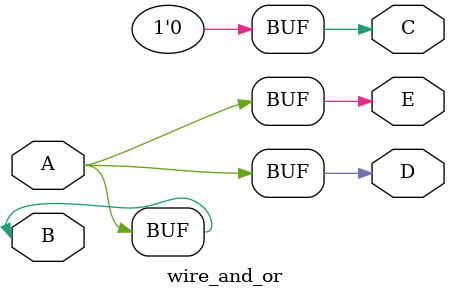
<source format=v>
module wire_and_or (A, B, C, D, E);

input A, B;
output C, D, E;
wire A_NOT;

wand D;
wor E;

//wire
assign A_NOT = ~A;
assign C = A_NOT & B;  // C = ~AB

// wire-and
assign D = A;
assign D = B;

// wire-or
assign E = A;
assign E = B;

endmodule // wire_and_or

</source>
